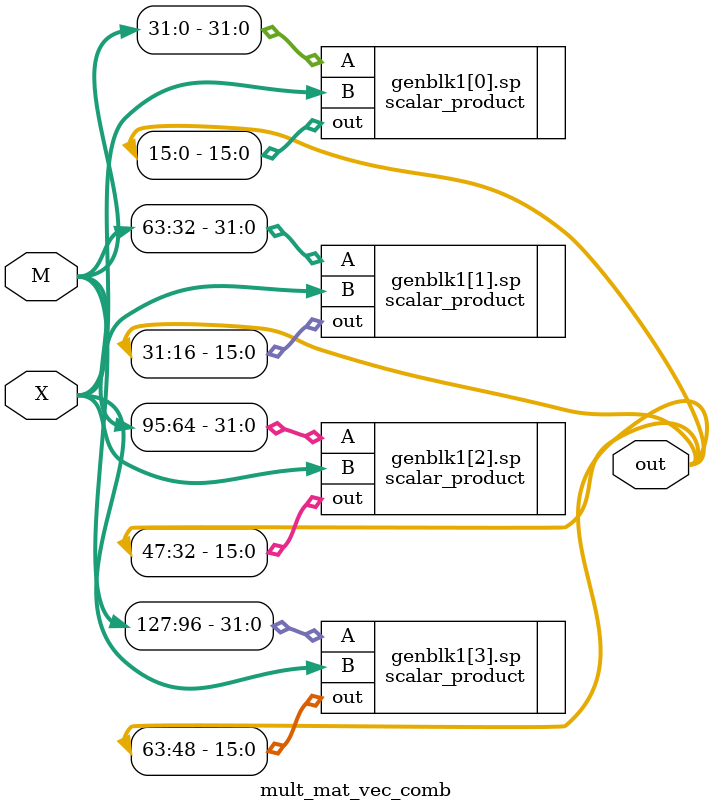
<source format=v>


module mult_mat_vec_comb #(
    parameter Mdata = 4,
    Ndata = 4,
    Nbits = 8
) (
    input [Mdata*Ndata*Nbits-1:0] M,
    input [Ndata*Nbits-1:0] X,
    output [Mdata*(2*Nbits)-1:0] out
);

    genvar i;
    for (i = 0; i < Mdata; i = i + 1) begin
        scalar_product #(
            .Ndata(Ndata),
            .Nbits(Nbits)
        ) sp (
            .A  (M[(i+1)*Ndata*Nbits-1:i*Ndata*Nbits]),
            .B  (X[Ndata*Nbits-1:0]),
            .out(out[(i+1)*2*Nbits-1:i*2*Nbits])
        );
    end


endmodule

</source>
